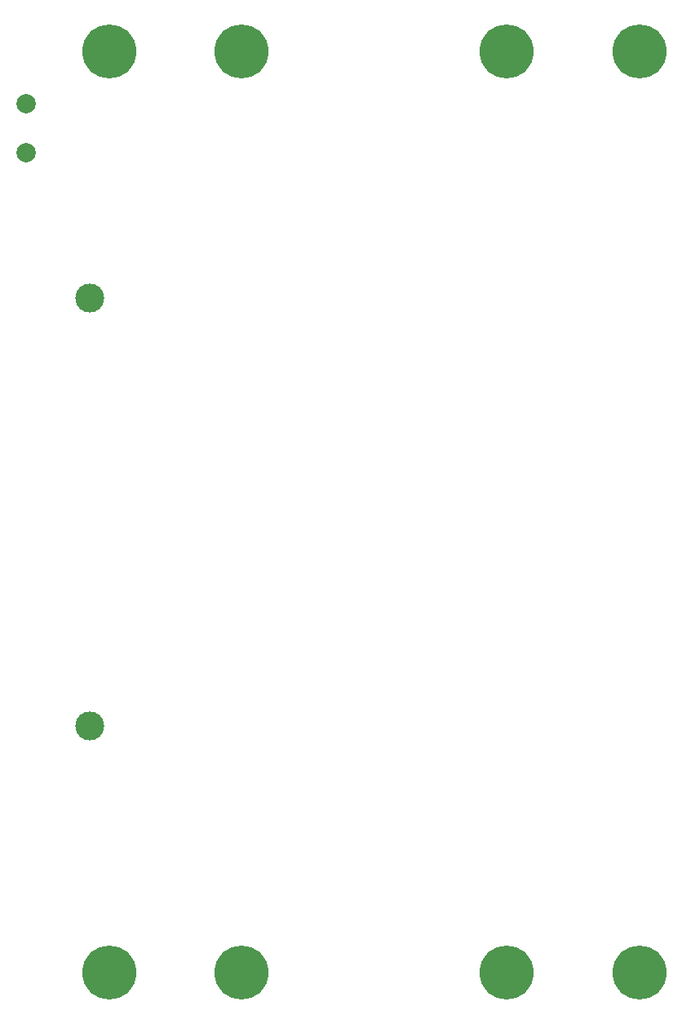
<source format=gts>
G04 #@! TF.GenerationSoftware,KiCad,Pcbnew,(6.0.5-0)*
G04 #@! TF.CreationDate,2022-12-26T00:11:25-05:00*
G04 #@! TF.ProjectId,solar-cell-pcbs-usb,736f6c61-722d-4636-956c-6c2d70636273,2*
G04 #@! TF.SameCoordinates,Original*
G04 #@! TF.FileFunction,Soldermask,Top*
G04 #@! TF.FilePolarity,Negative*
%FSLAX46Y46*%
G04 Gerber Fmt 4.6, Leading zero omitted, Abs format (unit mm)*
G04 Created by KiCad (PCBNEW (6.0.5-0)) date 2022-12-26 00:11:25*
%MOMM*%
%LPD*%
G01*
G04 APERTURE LIST*
%ADD10C,2.000000*%
%ADD11C,5.600000*%
%ADD12C,3.000000*%
G04 APERTURE END LIST*
D10*
X75950000Y-53250000D03*
D11*
X98350000Y-138250000D03*
X84600000Y-42750000D03*
D12*
X82600000Y-112700000D03*
D11*
X139600000Y-138250000D03*
X84600000Y-138250000D03*
X125850000Y-42750000D03*
D10*
X76000000Y-48150000D03*
D12*
X82600000Y-68300000D03*
D11*
X139600000Y-42750000D03*
X98350000Y-42750000D03*
X125850000Y-138250000D03*
M02*

</source>
